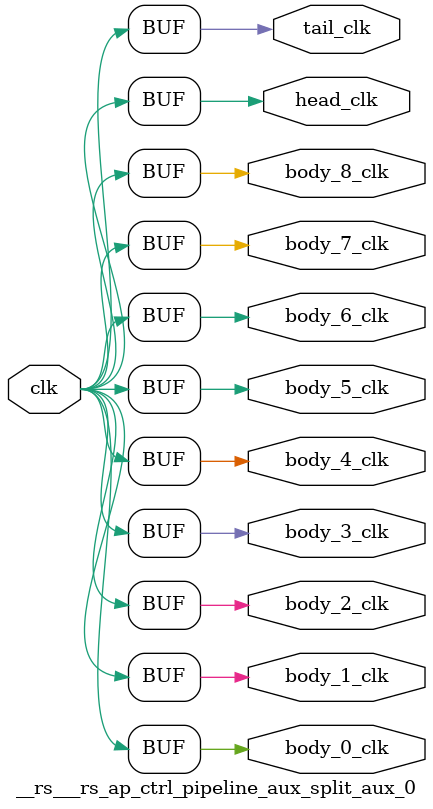
<source format=v>
`timescale 1 ns / 1 ps
module __rs___rs_ap_ctrl_pipeline_aux_split_aux_0 #(
    parameter HEAD_LEVEL      = 0,
    parameter BODY_LEVEL      = 2,
    parameter TAIL_LEVEL      = 0,
    parameter __HEAD_REGION   = "",
    parameter __BODY_0_REGION = "",
    parameter __BODY_1_REGION = "",
    parameter __BODY_2_REGION = "",
    parameter __BODY_3_REGION = "",
    parameter __BODY_4_REGION = "",
    parameter __BODY_5_REGION = "",
    parameter __BODY_6_REGION = "",
    parameter __BODY_7_REGION = "",
    parameter __BODY_8_REGION = "",
    parameter __TAIL_REGION   = "",
    parameter GRACE_PERIOD    = ( BODY_LEVEL + HEAD_LEVEL + TAIL_LEVEL ) * 2
) (
    output wire body_0_clk,
    output wire body_1_clk,
    output wire body_2_clk,
    output wire body_3_clk,
    output wire body_4_clk,
    output wire body_5_clk,
    output wire body_6_clk,
    output wire body_7_clk,
    output wire body_8_clk,
    input wire  clk,
    output wire head_clk,
    output wire tail_clk
);
assign body_0_clk = clk;
assign body_1_clk = clk;
assign body_2_clk = clk;
assign body_3_clk = clk;
assign body_4_clk = clk;
assign body_5_clk = clk;
assign body_6_clk = clk;
assign body_7_clk = clk;
assign body_8_clk = clk;
assign head_clk = clk;
assign tail_clk = clk;
endmodule

</source>
